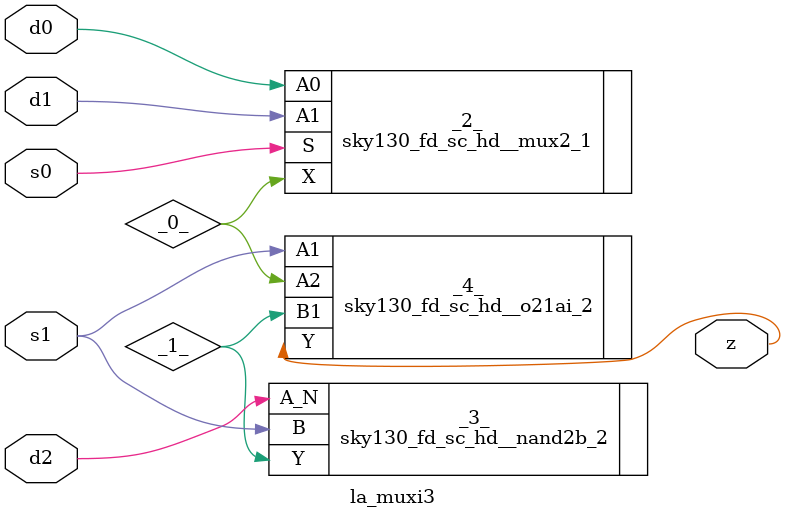
<source format=v>

module la_muxi3(d0, d1, d2, s0, s1, z);
  wire _0_;
  wire _1_;
  input d0;
  input d1;
  input d2;
  input s0;
  input s1;
  output z;
  sky130_fd_sc_hd__mux2_1 _2_ (
    .A0(d0),
    .A1(d1),
    .S(s0),
    .X(_0_)
  );
  sky130_fd_sc_hd__nand2b_2 _3_ (
    .A_N(d2),
    .B(s1),
    .Y(_1_)
  );
  sky130_fd_sc_hd__o21ai_2 _4_ (
    .A1(s1),
    .A2(_0_),
    .B1(_1_),
    .Y(z)
  );
endmodule

</source>
